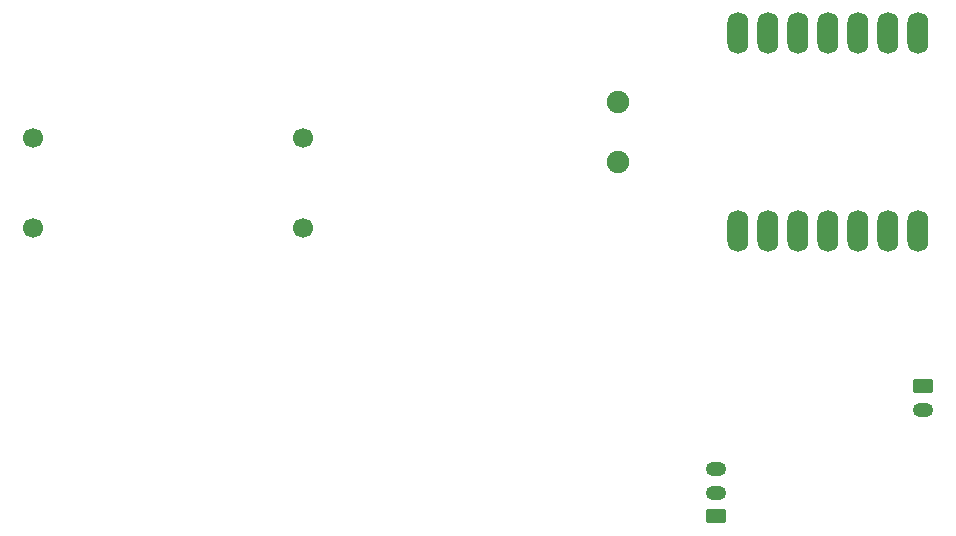
<source format=gbr>
%TF.GenerationSoftware,KiCad,Pcbnew,9.0.6*%
%TF.CreationDate,2026-02-22T18:14:21-08:00*%
%TF.ProjectId,display,64697370-6c61-4792-9e6b-696361645f70,rev?*%
%TF.SameCoordinates,Original*%
%TF.FileFunction,Soldermask,Bot*%
%TF.FilePolarity,Negative*%
%FSLAX46Y46*%
G04 Gerber Fmt 4.6, Leading zero omitted, Abs format (unit mm)*
G04 Created by KiCad (PCBNEW 9.0.6) date 2026-02-22 18:14:21*
%MOMM*%
%LPD*%
G01*
G04 APERTURE LIST*
G04 Aperture macros list*
%AMRoundRect*
0 Rectangle with rounded corners*
0 $1 Rounding radius*
0 $2 $3 $4 $5 $6 $7 $8 $9 X,Y pos of 4 corners*
0 Add a 4 corners polygon primitive as box body*
4,1,4,$2,$3,$4,$5,$6,$7,$8,$9,$2,$3,0*
0 Add four circle primitives for the rounded corners*
1,1,$1+$1,$2,$3*
1,1,$1+$1,$4,$5*
1,1,$1+$1,$6,$7*
1,1,$1+$1,$8,$9*
0 Add four rect primitives between the rounded corners*
20,1,$1+$1,$2,$3,$4,$5,0*
20,1,$1+$1,$4,$5,$6,$7,0*
20,1,$1+$1,$6,$7,$8,$9,0*
20,1,$1+$1,$8,$9,$2,$3,0*%
G04 Aperture macros list end*
%ADD10O,1.750000X1.200000*%
%ADD11RoundRect,0.250000X-0.625000X0.350000X-0.625000X-0.350000X0.625000X-0.350000X0.625000X0.350000X0*%
%ADD12O,1.778000X3.556000*%
%ADD13C,1.905000*%
%ADD14RoundRect,0.250000X0.625000X-0.350000X0.625000X0.350000X-0.625000X0.350000X-0.625000X-0.350000X0*%
%ADD15C,1.700000*%
G04 APERTURE END LIST*
D10*
%TO.C,J2*%
X178000000Y-118500000D03*
D11*
X178000000Y-116500000D03*
%TD*%
D12*
%TO.C,U2*%
X177620000Y-86618000D03*
X175080000Y-86618000D03*
X172540000Y-86618000D03*
X170000000Y-86618000D03*
X167460000Y-86618000D03*
X164920000Y-86618000D03*
X162380000Y-86618000D03*
X162380000Y-103382000D03*
X164920000Y-103382000D03*
X167460000Y-103382000D03*
X170000000Y-103382000D03*
X172540000Y-103382000D03*
X175080000Y-103382000D03*
X177620000Y-103382000D03*
D13*
X152220000Y-92460000D03*
X152220000Y-97540000D03*
%TD*%
D14*
%TO.C,J1*%
X160450000Y-127500000D03*
D10*
X160450000Y-125500000D03*
X160450000Y-123500000D03*
%TD*%
D15*
%TO.C,M1*%
X102640000Y-103120000D03*
X102640000Y-95500000D03*
X125500000Y-103120000D03*
X125500000Y-95500000D03*
%TD*%
M02*

</source>
